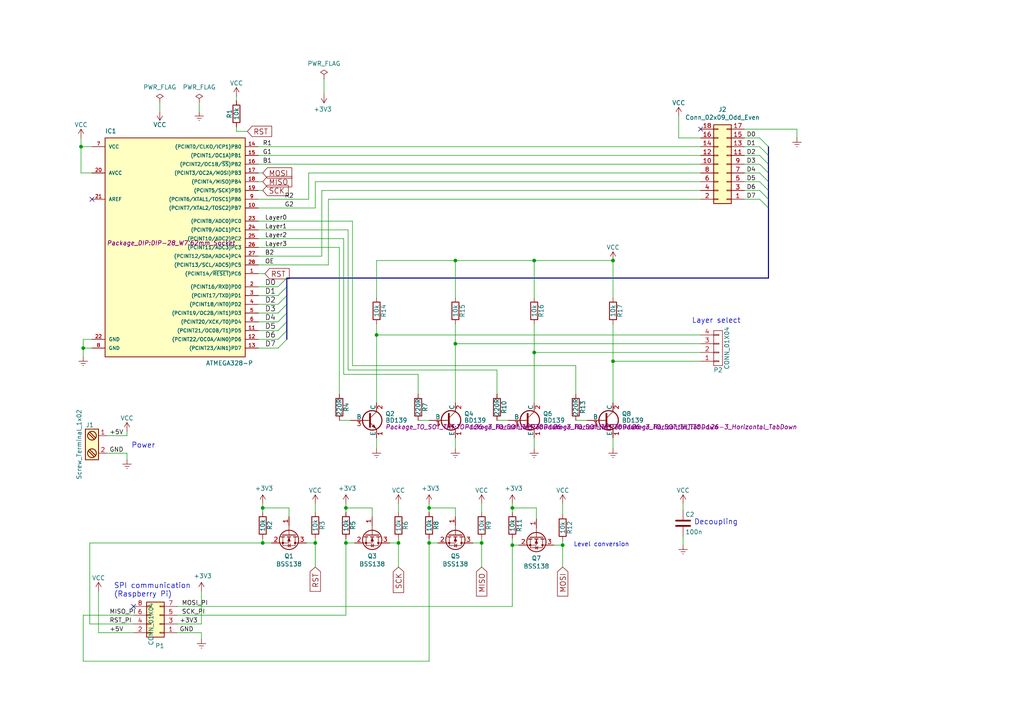
<source format=kicad_sch>
(kicad_sch (version 20211123) (generator eeschema)
  (paper "A4")
  (lib_symbols
    (symbol "4x4x4-rescue:ATMEGA328-P" (pin_names (offset 1.016))
      (property "Reference" "IC" (at -19.05 31.75 0))
      (property "Value" "ATMEGA328-P" (at 10.16 -35.56 0))
      (property "Footprint" "DIL28" (at 0 0 0))
      (symbol "ATMEGA328-P_0_1"
        (rectangle (start -19.05 30.48) (end 21.59 -33.02) (stroke (width 0.254)) (fill (type background)))
      )
      (symbol "ATMEGA328-P_1_1"
        (pin bidirectional line (at 25.4 -8.89 180) (length 3.81) (name "(PCINT14/~{RESET})PC6") (number "1"))
        (pin bidirectional line (at 25.4 10.16 180) (length 3.81) (name "(PCINT7/XTAL2/TOSC2)PB7") (number "10"))
        (pin bidirectional line (at 25.4 -25.4 180) (length 3.81) (name "(PCINT21/OC0B/T1)PD5") (number "11"))
        (pin bidirectional line (at 25.4 -27.94 180) (length 3.81) (name "(PCINT22/OC0A/AIN0)PD6") (number "12"))
        (pin bidirectional line (at 25.4 -30.48 180) (length 3.81) (name "(PCINT23/AIN1)PD7") (number "13"))
        (pin bidirectional line (at 25.4 27.94 180) (length 3.81) (name "(PCINT0/CLKO/ICP1)PB0") (number "14"))
        (pin bidirectional line (at 25.4 25.4 180) (length 3.81) (name "(PCINT1/OC1A)PB1") (number "15"))
        (pin bidirectional line (at 25.4 22.86 180) (length 3.81) (name "(PCINT2/OC1B/~{SS})PB2") (number "16"))
        (pin bidirectional line (at 25.4 20.32 180) (length 3.81) (name "(PCINT3/OC2A/MOSI)PB3") (number "17"))
        (pin bidirectional line (at 25.4 17.78 180) (length 3.81) (name "(PCINT4/MISO)PB4") (number "18"))
        (pin bidirectional line (at 25.4 15.24 180) (length 3.81) (name "(PCINT5/SCK)PB5") (number "19"))
        (pin bidirectional line (at 25.4 -12.7 180) (length 3.81) (name "(PCINT16/RXD)PD0") (number "2"))
        (pin power_in line (at -22.86 20.32 0) (length 3.81) (name "AVCC") (number "20"))
        (pin bidirectional line (at -22.86 12.7 0) (length 3.81) (name "AREF") (number "21"))
        (pin power_in line (at -22.86 -27.94 0) (length 3.81) (name "GND") (number "22"))
        (pin bidirectional line (at 25.4 6.35 180) (length 3.81) (name "(PCINT8/ADC0)PC0") (number "23"))
        (pin bidirectional line (at 25.4 3.81 180) (length 3.81) (name "(PCINT9/ADC1)PC1") (number "24"))
        (pin bidirectional line (at 25.4 1.27 180) (length 3.81) (name "(PCINT10/ADC2)PC2") (number "25"))
        (pin bidirectional line (at 25.4 -1.27 180) (length 3.81) (name "(PCINT11/ADC3)PC3") (number "26"))
        (pin bidirectional line (at 25.4 -3.81 180) (length 3.81) (name "(PCINT12/SDA/ADC4)PC4") (number "27"))
        (pin bidirectional line (at 25.4 -6.35 180) (length 3.81) (name "(PCINT13/SCL/ADC5)PC5") (number "28"))
        (pin bidirectional line (at 25.4 -15.24 180) (length 3.81) (name "(PCINT17/TXD)PD1") (number "3"))
        (pin bidirectional line (at 25.4 -17.78 180) (length 3.81) (name "(PCINT18/INT0)PD2") (number "4"))
        (pin bidirectional line (at 25.4 -20.32 180) (length 3.81) (name "(PCINT19/OC2B/INT1)PD3") (number "5"))
        (pin bidirectional line (at 25.4 -22.86 180) (length 3.81) (name "(PCINT20/XCK/T0)PD4") (number "6"))
        (pin power_in line (at -22.86 27.94 0) (length 3.81) (name "VCC") (number "7"))
        (pin power_in line (at -22.86 -30.48 0) (length 3.81) (name "GND") (number "8"))
        (pin bidirectional line (at 25.4 12.7 180) (length 3.81) (name "(PCINT6/XTAL1/TOSC1)PB6") (number "9"))
      )
    )
    (symbol "4x4x4-rescue:BD139" (pin_names (offset 0))
      (property "Reference" "Q" (at 5.08 1.905 0))
      (property "Value" "BD139" (at 5.08 0 0))
      (property "Footprint" "TO-126" (at 5.08 -1.905 0))
      (symbol "BD139_0_1"
        (polyline (pts (xy 0 0) (xy 0.635 0)))
        (polyline (pts (xy 2.54 -2.54) (xy 0.635 -0.635)))
        (polyline (pts (xy 2.54 2.54) (xy 0.635 0.635)))
        (polyline (pts (xy 0.635 1.905) (xy 0.635 -1.905) (xy 0.635 -1.905)) (stroke (width 0.508)) (fill (type outline)))
        (polyline (pts (xy 1.2446 -1.778) (xy 1.7526 -1.27) (xy 2.286 -2.286) (xy 1.2446 -1.778) (xy 1.2446 -1.778)) (fill (type outline)))
        (circle (center 1.27 0) (radius 2.8194) (stroke (width 0.3048)))
      )
      (symbol "BD139_1_1"
        (pin passive line (at 2.54 -5.08 90) (length 2.54) (name "E") (number "1"))
        (pin passive line (at 2.54 5.08 270) (length 2.54) (name "C") (number "2"))
        (pin input line (at -5.08 0 0) (length 5.08) (name "B") (number "3"))
      )
    )
    (symbol "4x4x4-rescue:CONN_01X04" (pin_names (offset 1.016) hide)
      (property "Reference" "P" (at 0 6.35 0))
      (property "Value" "CONN_01X04" (at 2.54 0 90))
      (symbol "CONN_01X04_0_1"
        (rectangle (start -1.27 -3.683) (end 0.254 -3.937))
        (rectangle (start -1.27 -1.143) (end 0.254 -1.397))
        (rectangle (start -1.27 1.397) (end 0.254 1.143))
        (rectangle (start -1.27 3.937) (end 0.254 3.683))
        (rectangle (start -1.27 5.08) (end 1.27 -5.08))
      )
      (symbol "CONN_01X04_1_1"
        (pin passive line (at -5.08 3.81 0) (length 3.81) (name "P1") (number "1"))
        (pin passive line (at -5.08 1.27 0) (length 3.81) (name "P2") (number "2"))
        (pin passive line (at -5.08 -1.27 0) (length 3.81) (name "P3") (number "3"))
        (pin passive line (at -5.08 -3.81 0) (length 3.81) (name "P4") (number "4"))
      )
    )
    (symbol "4x4x4-rescue:Screw_Terminal_1x02" (pin_names (offset 0.762) hide)
      (property "Reference" "J" (at 0 6.35 0))
      (property "Value" "Screw_Terminal_1x02" (at -3.81 0 90))
      (symbol "Screw_Terminal_1x02_0_1"
        (rectangle (start -1.27 4.445) (end 2.54 -4.445) (stroke (width 0.254)) (fill (type background)))
        (polyline (pts (xy -0.381 -1.905) (xy 1.27 -3.556)) (stroke (width 0.254)))
        (polyline (pts (xy 0 3.556) (xy 1.651 1.905)) (stroke (width 0.254)))
        (polyline (pts (xy 1.27 1.524) (xy -0.381 3.175)) (stroke (width 0.254)))
        (polyline (pts (xy 1.651 -3.175) (xy 0 -1.524)) (stroke (width 0.254)))
        (circle (center 0.635 -2.54) (radius 1.27) (stroke (width 0.254)))
        (circle (center 0.635 2.54) (radius 1.27) (stroke (width 0.254)))
      )
      (symbol "Screw_Terminal_1x02_1_1"
        (pin passive line (at 5.08 2.54 180) (length 2.54) (name "~") (number "1"))
        (pin passive line (at 5.08 -2.54 180) (length 2.54) (name "~") (number "2"))
      )
    )
    (symbol "Connector_Generic:Conn_02x04_Odd_Even" (pin_names (offset 1.016) hide)
      (property "Reference" "J" (at 1.27 5.08 0))
      (property "Value" "Conn_02x04_Odd_Even" (at 1.27 -7.62 0))
      (symbol "Conn_02x04_Odd_Even_1_1"
        (rectangle (start -1.27 -4.953) (end 0 -5.207) (stroke (width 0.1524)))
        (rectangle (start -1.27 -2.413) (end 0 -2.667) (stroke (width 0.1524)))
        (rectangle (start -1.27 0.127) (end 0 -0.127) (stroke (width 0.1524)))
        (rectangle (start -1.27 2.667) (end 0 2.413) (stroke (width 0.1524)))
        (rectangle (start -1.27 3.81) (end 3.81 -6.35) (stroke (width 0.254)) (fill (type background)))
        (rectangle (start 3.81 -4.953) (end 2.54 -5.207) (stroke (width 0.1524)))
        (rectangle (start 3.81 -2.413) (end 2.54 -2.667) (stroke (width 0.1524)))
        (rectangle (start 3.81 0.127) (end 2.54 -0.127) (stroke (width 0.1524)))
        (rectangle (start 3.81 2.667) (end 2.54 2.413) (stroke (width 0.1524)))
        (pin passive line (at -5.08 2.54 0) (length 3.81) (name "Pin_1") (number "1"))
        (pin passive line (at 7.62 2.54 180) (length 3.81) (name "Pin_2") (number "2"))
        (pin passive line (at -5.08 0 0) (length 3.81) (name "Pin_3") (number "3"))
        (pin passive line (at 7.62 0 180) (length 3.81) (name "Pin_4") (number "4"))
        (pin passive line (at -5.08 -2.54 0) (length 3.81) (name "Pin_5") (number "5"))
        (pin passive line (at 7.62 -2.54 180) (length 3.81) (name "Pin_6") (number "6"))
        (pin passive line (at -5.08 -5.08 0) (length 3.81) (name "Pin_7") (number "7"))
        (pin passive line (at 7.62 -5.08 180) (length 3.81) (name "Pin_8") (number "8"))
      )
    )
    (symbol "Connector_Generic:Conn_02x09_Odd_Even" (pin_names (offset 1.016) hide)
      (property "Reference" "J" (at 1.27 12.7 0))
      (property "Value" "Conn_02x09_Odd_Even" (at 1.27 -12.7 0))
      (symbol "Conn_02x09_Odd_Even_1_1"
        (rectangle (start -1.27 -10.033) (end 0 -10.287) (stroke (width 0.1524)))
        (rectangle (start -1.27 -7.493) (end 0 -7.747) (stroke (width 0.1524)))
        (rectangle (start -1.27 -4.953) (end 0 -5.207) (stroke (width 0.1524)))
        (rectangle (start -1.27 -2.413) (end 0 -2.667) (stroke (width 0.1524)))
        (rectangle (start -1.27 0.127) (end 0 -0.127) (stroke (width 0.1524)))
        (rectangle (start -1.27 2.667) (end 0 2.413) (stroke (width 0.1524)))
        (rectangle (start -1.27 5.207) (end 0 4.953) (stroke (width 0.1524)))
        (rectangle (start -1.27 7.747) (end 0 7.493) (stroke (width 0.1524)))
        (rectangle (start -1.27 10.287) (end 0 10.033) (stroke (width 0.1524)))
        (rectangle (start -1.27 11.43) (end 3.81 -11.43) (stroke (width 0.254)) (fill (type background)))
        (rectangle (start 3.81 -10.033) (end 2.54 -10.287) (stroke (width 0.1524)))
        (rectangle (start 3.81 -7.493) (end 2.54 -7.747) (stroke (width 0.1524)))
        (rectangle (start 3.81 -4.953) (end 2.54 -5.207) (stroke (width 0.1524)))
        (rectangle (start 3.81 -2.413) (end 2.54 -2.667) (stroke (width 0.1524)))
        (rectangle (start 3.81 0.127) (end 2.54 -0.127) (stroke (width 0.1524)))
        (rectangle (start 3.81 2.667) (end 2.54 2.413) (stroke (width 0.1524)))
        (rectangle (start 3.81 5.207) (end 2.54 4.953) (stroke (width 0.1524)))
        (rectangle (start 3.81 7.747) (end 2.54 7.493) (stroke (width 0.1524)))
        (rectangle (start 3.81 10.287) (end 2.54 10.033) (stroke (width 0.1524)))
        (pin passive line (at -5.08 10.16 0) (length 3.81) (name "Pin_1") (number "1"))
        (pin passive line (at 7.62 0 180) (length 3.81) (name "Pin_10") (number "10"))
        (pin passive line (at -5.08 -2.54 0) (length 3.81) (name "Pin_11") (number "11"))
        (pin passive line (at 7.62 -2.54 180) (length 3.81) (name "Pin_12") (number "12"))
        (pin passive line (at -5.08 -5.08 0) (length 3.81) (name "Pin_13") (number "13"))
        (pin passive line (at 7.62 -5.08 180) (length 3.81) (name "Pin_14") (number "14"))
        (pin passive line (at -5.08 -7.62 0) (length 3.81) (name "Pin_15") (number "15"))
        (pin passive line (at 7.62 -7.62 180) (length 3.81) (name "Pin_16") (number "16"))
        (pin passive line (at -5.08 -10.16 0) (length 3.81) (name "Pin_17") (number "17"))
        (pin passive line (at 7.62 -10.16 180) (length 3.81) (name "Pin_18") (number "18"))
        (pin passive line (at 7.62 10.16 180) (length 3.81) (name "Pin_2") (number "2"))
        (pin passive line (at -5.08 7.62 0) (length 3.81) (name "Pin_3") (number "3"))
        (pin passive line (at 7.62 7.62 180) (length 3.81) (name "Pin_4") (number "4"))
        (pin passive line (at -5.08 5.08 0) (length 3.81) (name "Pin_5") (number "5"))
        (pin passive line (at 7.62 5.08 180) (length 3.81) (name "Pin_6") (number "6"))
        (pin passive line (at -5.08 2.54 0) (length 3.81) (name "Pin_7") (number "7"))
        (pin passive line (at 7.62 2.54 180) (length 3.81) (name "Pin_8") (number "8"))
        (pin passive line (at -5.08 0 0) (length 3.81) (name "Pin_9") (number "9"))
      )
    )
    (symbol "Device:C" (pin_numbers hide) (pin_names (offset 0.254))
      (property "Reference" "C" (at 0.635 2.54 0))
      (property "Value" "C" (at 0.635 -2.54 0))
      (symbol "C_0_1"
        (polyline (pts (xy -2.032 -0.762) (xy 2.032 -0.762)) (stroke (width 0.508)))
        (polyline (pts (xy -2.032 0.762) (xy 2.032 0.762)) (stroke (width 0.508)))
      )
      (symbol "C_1_1"
        (pin passive line (at 0 3.81 270) (length 2.794) (name "~") (number "1"))
        (pin passive line (at 0 -3.81 90) (length 2.794) (name "~") (number "2"))
      )
    )
    (symbol "Device:R" (pin_numbers hide) (pin_names (offset 0))
      (property "Reference" "R" (at 2.032 0 90))
      (property "Value" "R" (at 0 0 90))
      (symbol "R_0_1"
        (rectangle (start -1.016 -2.54) (end 1.016 2.54) (stroke (width 0.254)))
      )
      (symbol "R_1_1"
        (pin passive line (at 0 3.81 270) (length 1.27) (name "~") (number "1"))
        (pin passive line (at 0 -3.81 90) (length 1.27) (name "~") (number "2"))
      )
    )
    (symbol "Transistor_FET:BSS138" (pin_names hide)
      (property "Reference" "Q" (at 5.08 1.905 0))
      (property "Value" "BSS138" (at 5.08 0 0))
      (symbol "BSS138_0_1"
        (polyline (pts (xy 0.254 0) (xy -2.54 0)))
        (polyline (pts (xy 0.254 1.905) (xy 0.254 -1.905)) (stroke (width 0.254)))
        (polyline (pts (xy 0.762 -1.27) (xy 0.762 -2.286)) (stroke (width 0.254)))
        (polyline (pts (xy 0.762 0.508) (xy 0.762 -0.508)) (stroke (width 0.254)))
        (polyline (pts (xy 0.762 2.286) (xy 0.762 1.27)) (stroke (width 0.254)))
        (polyline (pts (xy 2.54 2.54) (xy 2.54 1.778)))
        (polyline (pts (xy 2.54 -2.54) (xy 2.54 0) (xy 0.762 0)))
        (polyline (pts (xy 0.762 -1.778) (xy 3.302 -1.778) (xy 3.302 1.778) (xy 0.762 1.778)))
        (polyline (pts (xy 1.016 0) (xy 2.032 0.381) (xy 2.032 -0.381) (xy 1.016 0)) (fill (type outline)))
        (polyline (pts (xy 2.794 0.508) (xy 2.921 0.381) (xy 3.683 0.381) (xy 3.81 0.254)))
        (polyline (pts (xy 3.302 0.381) (xy 2.921 -0.254) (xy 3.683 -0.254) (xy 3.302 0.381)))
        (circle (center 1.651 0) (radius 2.794) (stroke (width 0.254)))
        (circle (center 2.54 -1.778) (radius 0.254) (fill (type outline)))
        (circle (center 2.54 1.778) (radius 0.254) (fill (type outline)))
      )
      (symbol "BSS138_1_1"
        (pin input line (at -5.08 0 0) (length 2.54) (name "G") (number "1"))
        (pin passive line (at 2.54 -5.08 90) (length 2.54) (name "S") (number "2"))
        (pin passive line (at 2.54 5.08 270) (length 2.54) (name "D") (number "3"))
      )
    )
    (symbol "power:+3V3" (power) (pin_names (offset 0))
      (property "Value" "+3V3" (at 0 3.556 0))
      (symbol "+3V3_0_1"
        (polyline (pts (xy -0.762 1.27) (xy 0 2.54)))
        (polyline (pts (xy 0 0) (xy 0 2.54)))
        (polyline (pts (xy 0 2.54) (xy 0.762 1.27)))
      )
      (symbol "+3V3_1_1"
        (pin power_in line (at 0 0 90) (length 0) hide (name "+3V3") (number "1"))
      )
    )
    (symbol "power:Earth" (power) (pin_names (offset 0))
      (symbol "Earth_0_1"
        (polyline (pts (xy -0.635 -1.905) (xy 0.635 -1.905)))
        (polyline (pts (xy -0.127 -2.54) (xy 0.127 -2.54)))
        (polyline (pts (xy 0 -1.27) (xy 0 0)))
        (polyline (pts (xy 1.27 -1.27) (xy -1.27 -1.27)))
      )
      (symbol "Earth_1_1"
        (pin power_in line (at 0 0 270) (length 0) hide (name "Earth") (number "1"))
      )
    )
    (symbol "power:PWR_FLAG" (power) (pin_numbers hide) (pin_names (offset 0) hide)
      (property "Value" "PWR_FLAG" (at 0 3.81 0))
      (symbol "PWR_FLAG_0_0"
        (pin power_out line (at 0 0 90) (length 0) (name "pwr") (number "1"))
      )
      (symbol "PWR_FLAG_0_1"
        (polyline (pts (xy 0 0) (xy 0 1.27) (xy -1.016 1.905) (xy 0 2.54) (xy 1.016 1.905) (xy 0 1.27)))
      )
    )
    (symbol "power:VCC" (power) (pin_names (offset 0))
      (property "Value" "VCC" (at 0 3.81 0))
      (symbol "VCC_0_1"
        (polyline (pts (xy -0.762 1.27) (xy 0 2.54)))
        (polyline (pts (xy 0 0) (xy 0 2.54)))
        (polyline (pts (xy 0 2.54) (xy 0.762 1.27)))
      )
      (symbol "VCC_1_1"
        (pin power_in line (at 0 0 90) (length 0) hide (name "VCC") (number "1"))
      )
    )
  )
  (junction (at 115.57 157.48))
  (junction (at 154.94 75.565))
  (junction (at 23.495 42.545))
  (junction (at 24.13 100.965))
  (junction (at 177.8 104.775))
  (junction (at 132.08 99.695))
  (junction (at 163.195 158.115))
  (junction (at 100.33 157.48))
  (junction (at 132.08 75.565))
  (junction (at 100.33 147.32))
  (junction (at 109.22 97.155))
  (junction (at 154.94 102.235))
  (junction (at 124.46 157.48))
  (junction (at 124.46 147.32))
  (junction (at 76.2 157.48))
  (junction (at 91.44 157.48))
  (junction (at 177.8 75.565))
  (junction (at 139.7 157.48))
  (junction (at 148.59 158.115))
  (junction (at 148.59 147.32))
  (junction (at 76.2 147.32))
  (no_connect (at 203.2 37.465))
  (no_connect (at 26.67 57.785))
  (no_connect (at 38.735 175.895))
  (bus_entry (at 220.345 52.705) (size 2.54 2.54))
  (bus_entry (at 80.645 88.265) (size 2.54 -2.54))
  (bus_entry (at 80.645 100.965) (size 2.54 -2.54))
  (bus_entry (at 80.645 90.805) (size 2.54 -2.54))
  (bus_entry (at 80.645 93.345) (size 2.54 -2.54))
  (bus_entry (at 220.345 42.545) (size 2.54 2.54))
  (bus_entry (at 220.345 40.005) (size 2.54 2.54))
  (bus_entry (at 220.345 47.625) (size 2.54 2.54))
  (bus_entry (at 220.345 57.785) (size 2.54 2.54))
  (bus_entry (at 80.645 83.185) (size 2.54 -2.54))
  (bus_entry (at 220.345 45.085) (size 2.54 2.54))
  (bus_entry (at 80.645 98.425) (size 2.54 -2.54))
  (bus_entry (at 80.645 85.725) (size 2.54 -2.54))
  (bus_entry (at 80.645 95.885) (size 2.54 -2.54))
  (bus_entry (at 220.345 55.245) (size 2.54 2.54))
  (bus_entry (at 220.345 50.165) (size 2.54 2.54))
  (wire (pts (xy 203.2 104.775) (xy 177.8 104.775)))
  (wire (pts (xy 203.2 102.235) (xy 154.94 102.235)))
  (wire (pts (xy 68.58 38.1) (xy 71.755 38.1)))
  (wire (pts (xy 132.08 99.695) (xy 132.08 116.84)))
  (wire (pts (xy 215.9 40.005) (xy 220.345 40.005)))
  (wire (pts (xy 115.57 157.48) (xy 115.57 164.465)))
  (wire (pts (xy 89.535 57.785) (xy 89.535 50.165)))
  (wire (pts (xy 89.535 50.165) (xy 203.2 50.165)))
  (wire (pts (xy 68.58 29.21) (xy 68.58 27.94)))
  (wire (pts (xy 148.59 158.115) (xy 148.59 175.895)))
  (wire (pts (xy 100.33 146.05) (xy 100.33 147.32)))
  (wire (pts (xy 88.9 157.48) (xy 91.44 157.48)))
  (wire (pts (xy 91.44 157.48) (xy 91.44 164.465)))
  (wire (pts (xy 154.94 86.36) (xy 154.94 75.565)))
  (wire (pts (xy 83.82 147.32) (xy 83.82 149.86)))
  (wire (pts (xy 203.2 97.155) (xy 109.22 97.155)))
  (wire (pts (xy 132.08 75.565) (xy 109.22 75.565)))
  (wire (pts (xy 132.08 127) (xy 132.08 130.175)))
  (wire (pts (xy 74.93 88.265) (xy 80.645 88.265)))
  (wire (pts (xy 74.93 57.785) (xy 89.535 57.785)))
  (wire (pts (xy 177.8 75.565) (xy 154.94 75.565)))
  (bus (pts (xy 83.185 80.645) (xy 222.885 80.645)))
  (bus (pts (xy 83.185 90.805) (xy 83.185 93.345)))
  (wire (pts (xy 98.425 121.92) (xy 101.6 121.92)))
  (wire (pts (xy 38.735 178.435) (xy 24.13 178.435)))
  (wire (pts (xy 51.435 180.975) (xy 58.42 180.975)))
  (wire (pts (xy 74.93 47.625) (xy 203.2 47.625)))
  (wire (pts (xy 163.195 158.115) (xy 163.195 164.465)))
  (bus (pts (xy 83.185 88.265) (xy 83.185 90.805)))
  (wire (pts (xy 74.93 98.425) (xy 80.645 98.425)))
  (wire (pts (xy 154.94 102.235) (xy 154.94 116.84)))
  (wire (pts (xy 95.25 57.785) (xy 203.2 57.785)))
  (wire (pts (xy 115.57 146.05) (xy 115.57 148.59)))
  (bus (pts (xy 83.185 80.645) (xy 83.185 83.185)))
  (wire (pts (xy 167.005 106.045) (xy 167.005 114.3)))
  (wire (pts (xy 137.16 157.48) (xy 139.7 157.48)))
  (wire (pts (xy 177.8 104.775) (xy 177.8 116.84)))
  (wire (pts (xy 24.13 178.435) (xy 24.13 191.77)))
  (wire (pts (xy 76.2 157.48) (xy 78.74 157.48)))
  (wire (pts (xy 177.8 86.36) (xy 177.8 75.565)))
  (wire (pts (xy 36.83 131.445) (xy 36.83 133.35)))
  (wire (pts (xy 124.46 191.77) (xy 124.46 157.48)))
  (wire (pts (xy 215.9 52.705) (xy 220.345 52.705)))
  (wire (pts (xy 58.42 180.975) (xy 58.42 171.45)))
  (wire (pts (xy 26.67 100.965) (xy 24.13 100.965)))
  (wire (pts (xy 28.575 171.45) (xy 28.575 183.515)))
  (wire (pts (xy 23.495 50.165) (xy 26.67 50.165)))
  (wire (pts (xy 109.22 127) (xy 109.22 130.175)))
  (wire (pts (xy 100.33 147.32) (xy 100.33 148.59)))
  (wire (pts (xy 74.93 66.675) (xy 100.965 66.675)))
  (wire (pts (xy 109.22 97.155) (xy 109.22 116.84)))
  (wire (pts (xy 148.59 147.32) (xy 148.59 148.59)))
  (wire (pts (xy 46.355 29.845) (xy 46.355 32.385)))
  (wire (pts (xy 132.08 147.32) (xy 132.08 149.86)))
  (wire (pts (xy 74.93 45.085) (xy 203.2 45.085)))
  (wire (pts (xy 177.8 104.775) (xy 177.8 93.98)))
  (wire (pts (xy 215.9 57.785) (xy 220.345 57.785)))
  (wire (pts (xy 74.93 90.805) (xy 80.645 90.805)))
  (wire (pts (xy 76.2 147.32) (xy 76.2 146.05)))
  (wire (pts (xy 124.46 146.05) (xy 124.46 147.32)))
  (wire (pts (xy 155.575 147.32) (xy 155.575 150.495)))
  (wire (pts (xy 74.93 95.885) (xy 80.645 95.885)))
  (wire (pts (xy 124.46 157.48) (xy 127 157.48)))
  (wire (pts (xy 74.93 76.835) (xy 95.25 76.835)))
  (wire (pts (xy 74.93 64.135) (xy 102.235 64.135)))
  (wire (pts (xy 31.115 126.365) (xy 36.83 126.365)))
  (wire (pts (xy 74.93 60.325) (xy 91.44 60.325)))
  (wire (pts (xy 74.93 55.245) (xy 76.2 55.245)))
  (bus (pts (xy 83.185 93.345) (xy 83.185 95.885)))
  (wire (pts (xy 99.695 69.215) (xy 99.695 108.585)))
  (wire (pts (xy 95.25 76.835) (xy 95.25 57.785)))
  (wire (pts (xy 74.93 50.165) (xy 76.2 50.165)))
  (wire (pts (xy 113.03 157.48) (xy 115.57 157.48)))
  (wire (pts (xy 115.57 157.48) (xy 115.57 156.21)))
  (wire (pts (xy 203.2 99.695) (xy 132.08 99.695)))
  (wire (pts (xy 74.93 52.705) (xy 76.2 52.705)))
  (wire (pts (xy 93.345 74.295) (xy 93.345 55.245)))
  (wire (pts (xy 109.22 75.565) (xy 109.22 86.36)))
  (wire (pts (xy 100.33 178.435) (xy 100.33 157.48)))
  (wire (pts (xy 74.93 69.215) (xy 99.695 69.215)))
  (wire (pts (xy 26.67 98.425) (xy 24.13 98.425)))
  (wire (pts (xy 23.495 40.005) (xy 23.495 42.545)))
  (bus (pts (xy 222.885 50.165) (xy 222.885 52.705)))
  (wire (pts (xy 167.005 121.92) (xy 170.18 121.92)))
  (wire (pts (xy 154.94 127) (xy 154.94 130.175)))
  (bus (pts (xy 222.885 60.325) (xy 222.885 80.645)))
  (wire (pts (xy 215.9 55.245) (xy 220.345 55.245)))
  (wire (pts (xy 100.33 157.48) (xy 102.87 157.48)))
  (bus (pts (xy 222.885 55.245) (xy 222.885 57.785)))
  (bus (pts (xy 222.885 52.705) (xy 222.885 55.245)))
  (bus (pts (xy 222.885 57.785) (xy 222.885 60.325)))
  (wire (pts (xy 102.235 64.135) (xy 102.235 106.045)))
  (wire (pts (xy 24.13 98.425) (xy 24.13 100.965)))
  (wire (pts (xy 148.59 158.115) (xy 150.495 158.115)))
  (wire (pts (xy 76.2 148.59) (xy 76.2 147.32)))
  (wire (pts (xy 100.965 107.315) (xy 144.145 107.315)))
  (wire (pts (xy 51.435 175.895) (xy 148.59 175.895)))
  (wire (pts (xy 196.85 40.005) (xy 196.85 33.655)))
  (wire (pts (xy 132.08 99.695) (xy 132.08 93.98)))
  (wire (pts (xy 177.8 127) (xy 177.8 130.175)))
  (wire (pts (xy 124.46 147.32) (xy 132.08 147.32)))
  (wire (pts (xy 144.145 121.92) (xy 147.32 121.92)))
  (wire (pts (xy 57.785 29.845) (xy 57.785 32.385)))
  (wire (pts (xy 91.44 52.705) (xy 203.2 52.705)))
  (wire (pts (xy 215.9 37.465) (xy 231.14 37.465)))
  (bus (pts (xy 222.885 42.545) (xy 222.885 45.085)))
  (wire (pts (xy 76.2 147.32) (xy 83.82 147.32)))
  (wire (pts (xy 91.44 146.05) (xy 91.44 148.59)))
  (wire (pts (xy 132.08 86.36) (xy 132.08 75.565)))
  (wire (pts (xy 51.435 178.435) (xy 100.33 178.435)))
  (wire (pts (xy 23.495 42.545) (xy 23.495 50.165)))
  (wire (pts (xy 91.44 60.325) (xy 91.44 52.705)))
  (wire (pts (xy 215.9 50.165) (xy 220.345 50.165)))
  (wire (pts (xy 74.93 100.965) (xy 80.645 100.965)))
  (wire (pts (xy 107.95 147.32) (xy 107.95 149.86)))
  (wire (pts (xy 148.59 147.32) (xy 155.575 147.32)))
  (wire (pts (xy 24.13 191.77) (xy 124.46 191.77)))
  (wire (pts (xy 163.195 158.115) (xy 163.195 156.845)))
  (wire (pts (xy 139.7 157.48) (xy 139.7 156.21)))
  (wire (pts (xy 154.94 102.235) (xy 154.94 93.98)))
  (wire (pts (xy 109.22 97.155) (xy 109.22 93.98)))
  (wire (pts (xy 31.115 131.445) (xy 36.83 131.445)))
  (wire (pts (xy 148.59 156.21) (xy 148.59 158.115)))
  (wire (pts (xy 58.42 183.515) (xy 58.42 185.42)))
  (wire (pts (xy 68.58 36.83) (xy 68.58 38.1)))
  (wire (pts (xy 74.93 42.545) (xy 203.2 42.545)))
  (wire (pts (xy 26.67 42.545) (xy 23.495 42.545)))
  (bus (pts (xy 222.885 47.625) (xy 222.885 50.165)))
  (wire (pts (xy 74.93 79.375) (xy 76.835 79.375)))
  (wire (pts (xy 100.33 156.21) (xy 100.33 157.48)))
  (wire (pts (xy 215.9 45.085) (xy 220.345 45.085)))
  (wire (pts (xy 98.425 71.755) (xy 98.425 114.3)))
  (wire (pts (xy 121.285 108.585) (xy 121.285 114.3)))
  (bus (pts (xy 83.185 95.885) (xy 83.185 98.425)))
  (wire (pts (xy 24.13 100.965) (xy 24.13 103.505)))
  (wire (pts (xy 124.46 147.32) (xy 124.46 148.59)))
  (wire (pts (xy 139.7 146.05) (xy 139.7 148.59)))
  (bus (pts (xy 222.885 45.085) (xy 222.885 47.625)))
  (wire (pts (xy 144.145 107.315) (xy 144.145 114.3)))
  (wire (pts (xy 203.2 40.005) (xy 196.85 40.005)))
  (bus (pts (xy 83.185 83.185) (xy 83.185 85.725)))
  (wire (pts (xy 198.12 146.05) (xy 198.12 147.955)))
  (wire (pts (xy 91.44 157.48) (xy 91.44 156.21)))
  (wire (pts (xy 100.965 66.675) (xy 100.965 107.315)))
  (wire (pts (xy 124.46 156.21) (xy 124.46 157.48)))
  (wire (pts (xy 102.235 106.045) (xy 167.005 106.045)))
  (wire (pts (xy 121.285 121.92) (xy 124.46 121.92)))
  (wire (pts (xy 100.33 147.32) (xy 107.95 147.32)))
  (bus (pts (xy 83.185 85.725) (xy 83.185 88.265)))
  (wire (pts (xy 28.575 183.515) (xy 38.735 183.515)))
  (wire (pts (xy 74.93 93.345) (xy 80.645 93.345)))
  (wire (pts (xy 139.7 157.48) (xy 139.7 164.465)))
  (wire (pts (xy 160.655 158.115) (xy 163.195 158.115)))
  (wire (pts (xy 76.2 156.21) (xy 76.2 157.48)))
  (wire (pts (xy 215.9 47.625) (xy 220.345 47.625)))
  (wire (pts (xy 154.94 75.565) (xy 132.08 75.565)))
  (wire (pts (xy 74.93 74.295) (xy 93.345 74.295)))
  (wire (pts (xy 74.93 85.725) (xy 80.645 85.725)))
  (wire (pts (xy 74.93 83.185) (xy 80.645 83.185)))
  (wire (pts (xy 215.9 42.545) (xy 220.345 42.545)))
  (wire (pts (xy 26.035 157.48) (xy 76.2 157.48)))
  (wire (pts (xy 74.93 71.755) (xy 98.425 71.755)))
  (wire (pts (xy 38.735 180.975) (xy 26.035 180.975)))
  (wire (pts (xy 198.12 155.575) (xy 198.12 158.115)))
  (wire (pts (xy 51.435 183.515) (xy 58.42 183.515)))
  (wire (pts (xy 163.195 146.05) (xy 163.195 149.225)))
  (wire (pts (xy 148.59 146.05) (xy 148.59 147.32)))
  (wire (pts (xy 93.98 22.86) (xy 93.98 27.305)))
  (wire (pts (xy 99.695 108.585) (xy 121.285 108.585)))
  (wire (pts (xy 231.14 37.465) (xy 231.14 40.005)))
  (wire (pts (xy 93.345 55.245) (xy 203.2 55.245)))
  (wire (pts (xy 26.035 180.975) (xy 26.035 157.48)))
  (wire (pts (xy 36.83 126.365) (xy 36.83 125.095)))
  (text "Layer select" (at 200.66 93.98 0) (effects (font (size 1.524 1.524)) (justify left bottom)))
  (text "Level conversion" (at 166.37 158.75 0) (effects (font (size 1.27 1.27)) (justify left bottom)))
  (text "Decoupling" (at 201.295 152.4 0) (effects (font (size 1.524 1.524)) (justify left bottom)))
  (text "Power" (at 38.1 130.175 0) (effects (font (size 1.524 1.524)) (justify left bottom)))
  (text "SPI communication\n(Raspberry Pi)" (at 33.02 173.355 0) (effects (font (size 1.524 1.524)) (justify left bottom)))
  (label "+5V" (at 31.75 126.365 0))
  (label "D1" (at 76.835 85.725 0) (effects (font (size 1.524 1.524))))
  (label "GND" (at 31.75 131.445 0))
  (label "G2" (at 82.55 60.325 0))
  (label "D3" (at 216.535 47.625 0))
  (label "Layer0" (at 76.835 64.135 0))
  (label "D0" (at 216.535 40.005 0))
  (label "Layer1" (at 76.835 66.675 0))
  (label "B2" (at 76.835 74.295 0))
  (label "D4" (at 216.535 50.165 0))
  (label "SCK_PI" (at 52.705 178.435 0))
  (label "B1" (at 76.2 47.625 0))
  (label "OE" (at 76.835 76.835 0))
  (label "+5V" (at 31.75 183.515 0))
  (label "RST_PI" (at 31.75 180.975 0))
  (label "Layer2" (at 76.835 69.215 0))
  (label "+3V3" (at 52.07 180.975 0))
  (label "GND" (at 52.07 183.515 0))
  (label "Layer3" (at 76.835 71.755 0))
  (label "MISO_PI" (at 31.75 178.435 0))
  (label "D2" (at 76.835 88.265 0) (effects (font (size 1.524 1.524))))
  (label "D5" (at 216.535 52.705 0))
  (label "G1" (at 76.2 45.085 0))
  (label "D6" (at 76.835 98.425 0) (effects (font (size 1.524 1.524))))
  (label "R1" (at 76.2 42.545 0))
  (label "D1" (at 216.535 42.545 0))
  (label "D0" (at 76.835 83.185 0) (effects (font (size 1.524 1.524))))
  (label "R2" (at 82.55 57.785 0))
  (label "D7" (at 76.835 100.965 0) (effects (font (size 1.524 1.524))))
  (label "D7" (at 216.535 57.785 0))
  (label "D5" (at 76.835 95.885 0) (effects (font (size 1.524 1.524))))
  (label "D3" (at 76.835 90.805 0) (effects (font (size 1.524 1.524))))
  (label "D6" (at 216.535 55.245 0))
  (label "D4" (at 76.835 93.345 0) (effects (font (size 1.524 1.524))))
  (label "D2" (at 216.535 45.085 0))
  (label "MOSI_PI" (at 52.705 175.895 0))
  (global_label "MOSI" (shape input) (at 163.195 164.465 270) (effects (font (size 1.524 1.524))) (property "Intersheet References" "${INTERSHEET_REFS}" (effects hide)))
  (global_label "MISO" (shape input) (at 76.2 52.705 0) (effects (font (size 1.524 1.524))) (property "Intersheet References" "${INTERSHEET_REFS}" (effects hide)))
  (global_label "RST" (shape input) (at 71.755 38.1 0) (effects (font (size 1.524 1.524))) (property "Intersheet References" "${INTERSHEET_REFS}" (effects hide)))
  (global_label "RST" (shape input) (at 76.835 79.375 0) (effects (font (size 1.524 1.524))) (property "Intersheet References" "${INTERSHEET_REFS}" (effects hide)))
  (global_label "RST" (shape input) (at 91.44 164.465 270) (effects (font (size 1.524 1.524))) (property "Intersheet References" "${INTERSHEET_REFS}" (effects hide)))
  (global_label "MOSI" (shape input) (at 76.2 50.165 0) (effects (font (size 1.524 1.524))) (property "Intersheet References" "${INTERSHEET_REFS}" (effects hide)))
  (global_label "SCK" (shape input) (at 76.2 55.245 0) (effects (font (size 1.524 1.524))) (property "Intersheet References" "${INTERSHEET_REFS}" (effects hide)))
  (global_label "SCK" (shape input) (at 115.57 164.465 270) (effects (font (size 1.524 1.524))) (property "Intersheet References" "${INTERSHEET_REFS}" (effects hide)))
  (global_label "MISO" (shape input) (at 139.7 164.465 270) (effects (font (size 1.524 1.524))) (property "Intersheet References" "${INTERSHEET_REFS}" (effects hide)))
  (symbol (lib_id "4x4x4-rescue:ATMEGA328-P") (at 49.53 70.485 0) (unit 1)
    (property "Reference" "IC1" (at 30.48 38.735 0) (effects (justify left bottom)))
    (property "Value" "ATMEGA328-P" (at 59.69 106.045 0) (effects (justify left bottom)))
    (property "Footprint" "Package_DIP:DIP-28_W7.62mm_Socket" (at 49.53 70.485 0) (effects (font italic)))
  )
  (symbol (lib_id "4x4x4-rescue:CONN_01X04") (at 208.28 100.965 0) (mirror x) (unit 1)
    (property "Reference" "P2" (at 208.28 107.315 0))
    (property "Value" "CONN_01X04" (at 210.82 100.965 90))
    (property "Footprint" "Connector_PinHeader_2.54mm:PinHeader_1x04_P2.54mm_Vertical" (effects hide))
  )
  (symbol (lib_id "Connector_Generic:Conn_02x04_Odd_Even") (at 46.355 180.975 180) (unit 1)
    (property "Reference" "P1" (at 46.355 187.325 0))
    (property "Value" "CONN_01X04" (at 43.815 180.975 90))
    (property "Footprint" "Connector_PinHeader_2.54mm:PinHeader_2x04_P2.54mm_Vertical" (effects hide))
  )
  (symbol (lib_id "4x4x4-rescue:BD139") (at 106.68 121.92 0) (unit 1)
    (property "Reference" "Q2" (at 111.76 120.015 0) (effects (justify left)))
    (property "Value" "BD139" (at 111.76 121.92 0) (effects (justify left)))
    (property "Footprint" "Package_TO_SOT_THT:TO-126-3_Horizontal_TabDown" (at 111.76 123.825 0) (effects (font italic) (justify left)))
  )
  (symbol (lib_id "4x4x4-rescue:BD139") (at 129.54 121.92 0) (unit 1)
    (property "Reference" "Q4" (at 134.62 120.015 0) (effects (justify left)))
    (property "Value" "BD139" (at 134.62 121.92 0) (effects (justify left)))
    (property "Footprint" "Package_TO_SOT_THT:TO-126-3_Horizontal_TabDown" (at 134.62 123.825 0) (effects (font italic) (justify left)))
  )
  (symbol (lib_id "4x4x4-rescue:BD139") (at 152.4 121.92 0) (unit 1)
    (property "Reference" "Q6" (at 157.48 120.015 0) (effects (justify left)))
    (property "Value" "BD139" (at 157.48 121.92 0) (effects (justify left)))
    (property "Footprint" "Package_TO_SOT_THT:TO-126-3_Horizontal_TabDown" (at 157.48 123.825 0) (effects (font italic) (justify left)))
  )
  (symbol (lib_id "4x4x4-rescue:BD139") (at 175.26 121.92 0) (unit 1)
    (property "Reference" "Q8" (at 180.34 120.015 0) (effects (justify left)))
    (property "Value" "BD139" (at 180.34 121.92 0) (effects (justify left)))
    (property "Footprint" "Package_TO_SOT_THT:TO-126-3_Horizontal_TabDown" (at 180.34 123.825 0) (effects (font italic) (justify left)))
  )
  (symbol (lib_id "power:Earth") (at 132.08 130.175 0) (unit 1)
    (property "Reference" "#PWR019" (effects hide))
    (property "Value" "Earth" (effects hide))
  )
  (symbol (lib_id "power:Earth") (at 154.94 130.175 0) (unit 1)
    (property "Reference" "#PWR022" (effects hide))
    (property "Value" "Earth" (effects hide))
  )
  (symbol (lib_id "power:Earth") (at 177.8 130.175 0) (unit 1)
    (property "Reference" "#PWR024" (effects hide))
    (property "Value" "Earth" (effects hide))
  )
  (symbol (lib_id "power:Earth") (at 109.22 130.175 0) (unit 1)
    (property "Reference" "#PWR015" (effects hide))
    (property "Value" "Earth" (effects hide))
  )
  (symbol (lib_id "power:Earth") (at 24.13 103.505 0) (unit 1)
    (property "Reference" "#PWR02" (effects hide))
    (property "Value" "Earth" (effects hide))
  )
  (symbol (lib_id "Device:R") (at 98.425 118.11 0) (unit 1)
    (property "Reference" "R4" (at 100.457 118.11 90))
    (property "Value" "220R" (at 98.425 118.11 90))
    (property "Footprint" "Resistor_THT:R_Axial_DIN0207_L6.3mm_D2.5mm_P10.16mm_Horizontal" (effects hide))
  )
  (symbol (lib_id "Device:R") (at 121.285 118.11 0) (unit 1)
    (property "Reference" "R7" (at 123.317 118.11 90))
    (property "Value" "220R" (at 121.285 118.11 90))
    (property "Footprint" "Resistor_THT:R_Axial_DIN0207_L6.3mm_D2.5mm_P10.16mm_Horizontal" (effects hide))
  )
  (symbol (lib_id "Device:R") (at 144.145 118.11 0) (unit 1)
    (property "Reference" "R10" (at 146.177 118.11 90))
    (property "Value" "220R" (at 144.145 118.11 90))
    (property "Footprint" "Resistor_THT:R_Axial_DIN0207_L6.3mm_D2.5mm_P10.16mm_Horizontal" (effects hide))
  )
  (symbol (lib_id "Device:R") (at 167.005 118.11 0) (unit 1)
    (property "Reference" "R13" (at 169.037 118.11 90))
    (property "Value" "220R" (at 167.005 118.11 90))
    (property "Footprint" "Resistor_THT:R_Axial_DIN0207_L6.3mm_D2.5mm_P10.16mm_Horizontal" (effects hide))
  )
  (symbol (lib_id "power:PWR_FLAG") (at 46.355 29.845 0) (unit 1)
    (property "Reference" "#FLG01" (effects hide))
    (property "Value" "PWR_FLAG" (at 46.355 25.273 0))
  )
  (symbol (lib_id "power:PWR_FLAG") (at 57.785 29.845 0) (unit 1)
    (property "Reference" "#FLG02" (effects hide))
    (property "Value" "PWR_FLAG" (at 57.785 25.273 0))
  )
  (symbol (lib_id "power:Earth") (at 57.785 32.385 0) (unit 1)
    (property "Reference" "#PWR07" (effects hide))
    (property "Value" "Earth" (effects hide))
  )
  (symbol (lib_id "power:VCC") (at 46.355 32.385 180) (unit 1)
    (property "Reference" "#PWR06" (effects hide))
    (property "Value" "VCC" (at 46.355 36.195 0))
  )
  (symbol (lib_id "power:VCC") (at 23.495 40.005 0) (unit 1)
    (property "Reference" "#PWR01" (effects hide))
    (property "Value" "VCC" (at 23.495 36.195 0))
  )
  (symbol (lib_id "Device:R") (at 68.58 33.02 180) (unit 1)
    (property "Reference" "R1" (at 66.548 33.02 90))
    (property "Value" "10k" (at 68.58 33.02 90))
    (property "Footprint" "Resistor_THT:R_Axial_DIN0207_L6.3mm_D2.5mm_P10.16mm_Horizontal" (effects hide))
  )
  (symbol (lib_id "power:VCC") (at 68.58 27.94 0) (unit 1)
    (property "Reference" "#PWR010" (effects hide))
    (property "Value" "VCC" (at 68.58 24.13 0))
  )
  (symbol (lib_id "Device:R") (at 76.2 152.4 0) (unit 1)
    (property "Reference" "R2" (at 78.232 152.4 90))
    (property "Value" "10k" (at 76.2 152.4 90))
    (property "Footprint" "Resistor_THT:R_Axial_DIN0207_L6.3mm_D2.5mm_P10.16mm_Horizontal" (effects hide))
  )
  (symbol (lib_id "Device:R") (at 91.44 152.4 0) (unit 1)
    (property "Reference" "R3" (at 93.472 152.4 90))
    (property "Value" "10k" (at 91.44 152.4 90))
    (property "Footprint" "Resistor_THT:R_Axial_DIN0207_L6.3mm_D2.5mm_P10.16mm_Horizontal" (effects hide))
  )
  (symbol (lib_id "Device:R") (at 100.33 152.4 0) (unit 1)
    (property "Reference" "R5" (at 102.362 152.4 90))
    (property "Value" "10k" (at 100.33 152.4 90))
    (property "Footprint" "Resistor_THT:R_Axial_DIN0207_L6.3mm_D2.5mm_P10.16mm_Horizontal" (effects hide))
  )
  (symbol (lib_id "power:VCC") (at 28.575 171.45 0) (unit 1)
    (property "Reference" "#PWR03" (effects hide))
    (property "Value" "VCC" (at 28.575 167.64 0))
  )
  (symbol (lib_id "power:Earth") (at 58.42 185.42 0) (unit 1)
    (property "Reference" "#PWR09" (effects hide))
    (property "Value" "Earth" (effects hide))
  )
  (symbol (lib_id "4x4x4-rescue:Screw_Terminal_1x02") (at 26.035 128.905 0) (unit 1)
    (property "Reference" "J1" (at 26.035 122.555 0) (effects (justify top)))
    (property "Value" "Screw_Terminal_1x02" (at 22.225 128.905 90) (effects (justify top)))
    (property "Footprint" "TerminalBlock_Phoenix:TerminalBlock_Phoenix_MKDS-1,5-2-5.08_1x02_P5.08mm_Horizontal" (effects hide))
  )
  (symbol (lib_id "power:Earth") (at 36.83 133.35 0) (unit 1)
    (property "Reference" "#PWR05" (effects hide))
    (property "Value" "Earth" (effects hide))
  )
  (symbol (lib_id "power:VCC") (at 36.83 125.095 0) (unit 1)
    (property "Reference" "#PWR04" (effects hide))
    (property "Value" "VCC" (at 36.83 121.285 0))
  )
  (symbol (lib_id "Device:C") (at 198.12 151.765 0) (unit 1)
    (property "Reference" "C2" (at 198.755 149.225 0) (effects (justify left)))
    (property "Value" "100n" (at 198.755 154.305 0) (effects (justify left)))
    (property "Footprint" "Capacitor_THT:C_Disc_D4.3mm_W1.9mm_P5.00mm" (effects hide))
  )
  (symbol (lib_id "power:Earth") (at 198.12 158.115 0) (unit 1)
    (property "Reference" "#PWR028" (effects hide))
    (property "Value" "Earth" (effects hide))
  )
  (symbol (lib_id "power:VCC") (at 198.12 146.05 0) (unit 1)
    (property "Reference" "#PWR027" (effects hide))
    (property "Value" "VCC" (at 198.12 142.24 0))
  )
  (symbol (lib_id "Device:R") (at 109.22 90.17 0) (unit 1)
    (property "Reference" "R14" (at 111.252 90.17 90))
    (property "Value" "10k" (at 109.22 90.17 90))
    (property "Footprint" "Resistor_THT:R_Axial_DIN0207_L6.3mm_D2.5mm_P10.16mm_Horizontal" (effects hide))
  )
  (symbol (lib_id "Device:R") (at 132.08 90.17 0) (unit 1)
    (property "Reference" "R15" (at 134.112 90.17 90))
    (property "Value" "10k" (at 132.08 90.17 90))
    (property "Footprint" "Resistor_THT:R_Axial_DIN0207_L6.3mm_D2.5mm_P10.16mm_Horizontal" (effects hide))
  )
  (symbol (lib_id "Device:R") (at 154.94 90.17 0) (unit 1)
    (property "Reference" "R16" (at 156.972 90.17 90))
    (property "Value" "10k" (at 154.94 90.17 90))
    (property "Footprint" "Resistor_THT:R_Axial_DIN0207_L6.3mm_D2.5mm_P10.16mm_Horizontal" (effects hide))
  )
  (symbol (lib_id "Device:R") (at 177.8 90.17 0) (unit 1)
    (property "Reference" "R17" (at 179.832 90.17 90))
    (property "Value" "10k" (at 177.8 90.17 90))
    (property "Footprint" "Resistor_THT:R_Axial_DIN0207_L6.3mm_D2.5mm_P10.16mm_Horizontal" (effects hide))
  )
  (symbol (lib_id "power:VCC") (at 177.8 75.565 0) (unit 1)
    (property "Reference" "#PWR016" (effects hide))
    (property "Value" "VCC" (at 177.8 71.755 0))
  )
  (symbol (lib_id "Transistor_FET:BSS138") (at 83.82 154.94 270) (unit 1)
    (property "Reference" "Q1" (at 83.82 161.29 90))
    (property "Value" "BSS138" (at 83.82 163.6014 90))
    (property "Footprint" "Package_TO_SOT_SMD:SOT-23" (effects hide))
    (property "Datasheet" "https://www.fairchildsemi.com/datasheets/BS/BSS138.pdf" (effects hide))
  )
  (symbol (lib_id "Transistor_FET:BSS138") (at 107.95 154.94 270) (unit 1)
    (property "Reference" "Q3" (at 107.95 161.29 90))
    (property "Value" "BSS138" (at 107.95 163.6014 90))
    (property "Footprint" "Package_TO_SOT_SMD:SOT-23" (effects hide))
    (property "Datasheet" "https://www.fairchildsemi.com/datasheets/BS/BSS138.pdf" (effects hide))
  )
  (symbol (lib_id "Transistor_FET:BSS138") (at 132.08 154.94 270) (unit 1)
    (property "Reference" "Q5" (at 132.08 161.29 90))
    (property "Value" "BSS138" (at 132.08 163.6014 90))
    (property "Footprint" "Package_TO_SOT_SMD:SOT-23" (effects hide))
    (property "Datasheet" "https://www.fairchildsemi.com/datasheets/BS/BSS138.pdf" (effects hide))
  )
  (symbol (lib_id "Transistor_FET:BSS138") (at 155.575 155.575 270) (unit 1)
    (property "Reference" "Q7" (at 155.575 161.925 90))
    (property "Value" "BSS138" (at 155.575 164.2364 90))
    (property "Footprint" "Package_TO_SOT_SMD:SOT-23" (effects hide))
    (property "Datasheet" "https://www.fairchildsemi.com/datasheets/BS/BSS138.pdf" (effects hide))
  )
  (symbol (lib_id "Device:R") (at 115.57 152.4 0) (unit 1)
    (property "Reference" "R6" (at 117.602 152.4 90))
    (property "Value" "10k" (at 115.57 152.4 90))
    (property "Footprint" "Resistor_THT:R_Axial_DIN0207_L6.3mm_D2.5mm_P10.16mm_Horizontal" (effects hide))
  )
  (symbol (lib_id "Device:R") (at 124.46 152.4 0) (unit 1)
    (property "Reference" "R8" (at 126.492 152.4 90))
    (property "Value" "10k" (at 124.46 152.4 90))
    (property "Footprint" "Resistor_THT:R_Axial_DIN0207_L6.3mm_D2.5mm_P10.16mm_Horizontal" (effects hide))
  )
  (symbol (lib_id "Device:R") (at 139.7 152.4 0) (unit 1)
    (property "Reference" "R9" (at 141.732 152.4 90))
    (property "Value" "10k" (at 139.7 152.4 90))
    (property "Footprint" "Resistor_THT:R_Axial_DIN0207_L6.3mm_D2.5mm_P10.16mm_Horizontal" (effects hide))
  )
  (symbol (lib_id "Device:R") (at 148.59 152.4 0) (unit 1)
    (property "Reference" "R11" (at 150.622 152.4 90))
    (property "Value" "10k" (at 148.59 152.4 90))
    (property "Footprint" "Resistor_THT:R_Axial_DIN0207_L6.3mm_D2.5mm_P10.16mm_Horizontal" (effects hide))
  )
  (symbol (lib_id "Device:R") (at 163.195 153.035 0) (unit 1)
    (property "Reference" "R12" (at 165.227 153.035 90))
    (property "Value" "10k" (at 163.195 153.035 90))
    (property "Footprint" "Resistor_THT:R_Axial_DIN0207_L6.3mm_D2.5mm_P10.16mm_Horizontal" (effects hide))
  )
  (symbol (lib_id "power:PWR_FLAG") (at 93.98 22.86 0) (unit 1)
    (property "Reference" "#FLG03" (effects hide))
    (property "Value" "PWR_FLAG" (at 93.98 18.4404 0))
  )
  (symbol (lib_id "power:+3V3") (at 93.98 27.305 180) (unit 1)
    (property "Reference" "#PWR013" (effects hide))
    (property "Value" "+3V3" (at 93.599 31.6992 0))
  )
  (symbol (lib_id "power:+3V3") (at 58.42 171.45 0) (unit 1)
    (property "Reference" "#PWR08" (effects hide))
    (property "Value" "+3V3" (at 58.801 167.0558 0))
  )
  (symbol (lib_id "power:+3V3") (at 76.2 146.05 0) (unit 1)
    (property "Reference" "#PWR011" (effects hide))
    (property "Value" "+3V3" (at 76.581 141.6558 0))
  )
  (symbol (lib_id "power:+3V3") (at 100.33 146.05 0) (unit 1)
    (property "Reference" "#PWR014" (effects hide))
    (property "Value" "+3V3" (at 100.711 141.6558 0))
  )
  (symbol (lib_id "power:+3V3") (at 124.46 146.05 0) (unit 1)
    (property "Reference" "#PWR018" (effects hide))
    (property "Value" "+3V3" (at 124.841 141.6558 0))
  )
  (symbol (lib_id "power:+3V3") (at 148.59 146.05 0) (unit 1)
    (property "Reference" "#PWR021" (effects hide))
    (property "Value" "+3V3" (at 148.971 141.6558 0))
  )
  (symbol (lib_id "power:VCC") (at 91.44 146.05 0) (unit 1)
    (property "Reference" "#PWR012" (effects hide))
    (property "Value" "VCC" (at 91.44 142.24 0))
  )
  (symbol (lib_id "power:VCC") (at 115.57 146.05 0) (unit 1)
    (property "Reference" "#PWR017" (effects hide))
    (property "Value" "VCC" (at 115.57 142.24 0))
  )
  (symbol (lib_id "power:VCC") (at 139.7 146.05 0) (unit 1)
    (property "Reference" "#PWR020" (effects hide))
    (property "Value" "VCC" (at 139.7 142.24 0))
  )
  (symbol (lib_id "power:VCC") (at 163.195 146.05 0) (unit 1)
    (property "Reference" "#PWR023" (effects hide))
    (property "Value" "VCC" (at 163.195 142.24 0))
  )
  (symbol (lib_id "Connector_Generic:Conn_02x09_Odd_Even") (at 210.82 47.625 180) (unit 1)
    (property "Reference" "J2" (at 209.55 31.75 0))
    (property "Value" "Conn_02x09_Odd_Even" (at 209.55 34.0614 0))
    (property "Footprint" "Connector_PinHeader_2.54mm:PinHeader_2x09_P2.54mm_Vertical" (effects hide))
  )
  (symbol (lib_id "power:Earth") (at 231.14 40.005 0) (unit 1)
    (property "Reference" "#PWR030" (effects hide))
    (property "Value" "Earth" (effects hide))
  )
  (symbol (lib_id "power:VCC") (at 196.85 33.655 0) (unit 1)
    (property "Reference" "#PWR029" (effects hide))
    (property "Value" "VCC" (at 196.85 29.845 0))
  )
)
</source>
